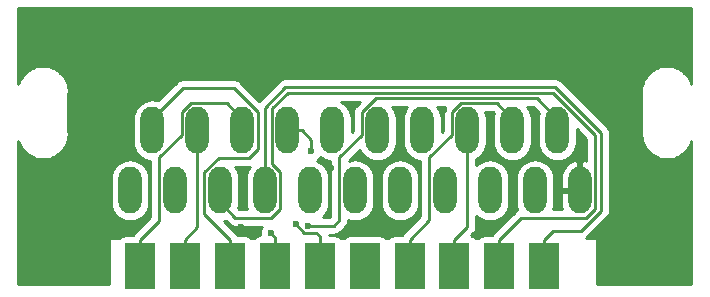
<source format=gtl>
G04 #@! TF.GenerationSoftware,KiCad,Pcbnew,(5.1.0)-1*
G04 #@! TF.CreationDate,2019-08-09T15:11:52-04:00*
G04 #@! TF.ProjectId,EUROF_to_JP21M,4555524f-465f-4746-9f5f-4a5032314d2e,rev?*
G04 #@! TF.SameCoordinates,Original*
G04 #@! TF.FileFunction,Copper,L1,Top*
G04 #@! TF.FilePolarity,Positive*
%FSLAX46Y46*%
G04 Gerber Fmt 4.6, Leading zero omitted, Abs format (unit mm)*
G04 Created by KiCad (PCBNEW (5.1.0)-1) date 2019-08-09 15:11:52*
%MOMM*%
%LPD*%
G04 APERTURE LIST*
%ADD10O,1.981200X3.962400*%
%ADD11R,2.500000X4.000000*%
%ADD12C,0.600000*%
%ADD13C,0.250000*%
%ADD14C,0.254000*%
G04 APERTURE END LIST*
D10*
X152850000Y-85430000D03*
X150945000Y-80350000D03*
X149040000Y-85430000D03*
X147135000Y-80350000D03*
X145230000Y-85430000D03*
X143325000Y-80350000D03*
X141420000Y-85430000D03*
X139515000Y-80350000D03*
X137610000Y-85430000D03*
X135705000Y-80350000D03*
X133800000Y-85430000D03*
X131895000Y-80350000D03*
X129990000Y-85430000D03*
X128085000Y-80350000D03*
X126180000Y-85430000D03*
X124275000Y-80350000D03*
X122370000Y-85430000D03*
X120465000Y-80350000D03*
X118560000Y-85430000D03*
X116655000Y-80350000D03*
X114750000Y-85430000D03*
D11*
X149825000Y-91850000D03*
X146025000Y-91850000D03*
X142225000Y-91850000D03*
X138425000Y-91850000D03*
X134625000Y-91850000D03*
X130825000Y-91850000D03*
X127025000Y-91850000D03*
X123225000Y-91850000D03*
X119425000Y-91850000D03*
X115625000Y-91850000D03*
D12*
X126662500Y-89062500D03*
X128800000Y-88300000D03*
X129800000Y-88400000D03*
X147200000Y-83350000D03*
X145250000Y-82350000D03*
X137600000Y-78650000D03*
X141350000Y-78600000D03*
X133750000Y-78200000D03*
X131750000Y-83500000D03*
X135900000Y-87600000D03*
X124150000Y-88500000D03*
X124200000Y-83650000D03*
X115800000Y-71150000D03*
X119650000Y-71300000D03*
X130850000Y-71350000D03*
X137550000Y-71350000D03*
X141450000Y-71350000D03*
X146350000Y-71650000D03*
X151700000Y-71850000D03*
X158850000Y-72000000D03*
X160850000Y-84050000D03*
X160450000Y-90700000D03*
X106650000Y-91700000D03*
X106100000Y-84900000D03*
X110900000Y-82400000D03*
X107450000Y-71700000D03*
X116000000Y-87950000D03*
X114100000Y-81650000D03*
X130100000Y-82100000D03*
D13*
X143325000Y-82581200D02*
X143325000Y-80350000D01*
X143325000Y-88500000D02*
X143325000Y-82581200D01*
X142225000Y-89600000D02*
X143325000Y-88500000D01*
X142225000Y-91850000D02*
X142225000Y-89600000D01*
X127025000Y-89425000D02*
X126662500Y-89062500D01*
X127025000Y-91850000D02*
X127025000Y-89425000D01*
X142780057Y-78043790D02*
X145819390Y-78043790D01*
X142009390Y-78814457D02*
X142780057Y-78043790D01*
X142009390Y-80706763D02*
X142009390Y-78814457D01*
X147135000Y-79359400D02*
X147135000Y-80350000D01*
X140104390Y-82611763D02*
X142009390Y-80706763D01*
X145819390Y-78043790D02*
X147135000Y-79359400D01*
X140104390Y-87920610D02*
X140104390Y-82611763D01*
X138425000Y-89600000D02*
X140104390Y-87920610D01*
X138425000Y-91850000D02*
X138425000Y-89600000D01*
X129525001Y-89025001D02*
X130525001Y-89025001D01*
X128800000Y-88300000D02*
X129525001Y-89025001D01*
X130825000Y-89325000D02*
X130825000Y-91850000D01*
X130525001Y-89025001D02*
X130825000Y-89325000D01*
X150945000Y-79359400D02*
X150945000Y-80350000D01*
X149179380Y-77593780D02*
X150945000Y-79359400D01*
X135610067Y-77593780D02*
X149179380Y-77593780D01*
X132025000Y-88400000D02*
X132484390Y-87940610D01*
X132484390Y-87940610D02*
X132484390Y-82611763D01*
X132484390Y-82611763D02*
X134389390Y-80706763D01*
X134389390Y-80706763D02*
X134389390Y-78814457D01*
X134389390Y-78814457D02*
X135610067Y-77593780D01*
X129700000Y-88400000D02*
X129800000Y-88400000D01*
X129800000Y-88400000D02*
X132025000Y-88400000D01*
X125590610Y-81885543D02*
X125590610Y-78814457D01*
X123225000Y-89600000D02*
X121054390Y-87429390D01*
X123225000Y-91850000D02*
X123225000Y-89600000D01*
X121054390Y-87429390D02*
X121054390Y-83894457D01*
X121054390Y-83894457D02*
X122292637Y-82656210D01*
X125590610Y-78814457D02*
X123526153Y-76750000D01*
X122292637Y-82656210D02*
X124819943Y-82656210D01*
X124819943Y-82656210D02*
X125590610Y-81885543D01*
X116655000Y-79359400D02*
X116655000Y-80350000D01*
X119264400Y-76750000D02*
X116655000Y-79359400D01*
X123526153Y-76750000D02*
X119264400Y-76750000D01*
X120465000Y-82581200D02*
X120465000Y-80350000D01*
X120465000Y-88560000D02*
X120465000Y-82581200D01*
X119425000Y-89600000D02*
X120465000Y-88560000D01*
X119425000Y-91850000D02*
X119425000Y-89600000D01*
X122370000Y-86420600D02*
X122370000Y-85430000D01*
X123685610Y-87736210D02*
X122370000Y-86420600D01*
X127495610Y-83894457D02*
X127495610Y-86965543D01*
X126769390Y-83168237D02*
X127495610Y-83894457D01*
X126769390Y-78480610D02*
X126769390Y-83168237D01*
X128106230Y-77143770D02*
X126769390Y-78480610D01*
X150589923Y-77143770D02*
X128106230Y-77143770D01*
X154165610Y-80719457D02*
X150589923Y-77143770D01*
X154165610Y-86965543D02*
X154165610Y-80719457D01*
X127495610Y-86965543D02*
X126724943Y-87736210D01*
X153394943Y-87736210D02*
X154165610Y-86965543D01*
X126724943Y-87736210D02*
X123685610Y-87736210D01*
X147888790Y-87736210D02*
X153394943Y-87736210D01*
X146025000Y-89600000D02*
X147888790Y-87736210D01*
X146025000Y-91850000D02*
X146025000Y-89600000D01*
X124275000Y-79359400D02*
X124275000Y-80350000D01*
X122959390Y-78043790D02*
X124275000Y-79359400D01*
X119920057Y-78043790D02*
X122959390Y-78043790D01*
X119149390Y-80706763D02*
X119149390Y-78814457D01*
X117244390Y-87980610D02*
X117244390Y-82611763D01*
X119149390Y-78814457D02*
X119920057Y-78043790D01*
X115625000Y-89600000D02*
X117244390Y-87980610D01*
X117244390Y-82611763D02*
X119149390Y-80706763D01*
X115625000Y-91850000D02*
X115625000Y-89600000D01*
X149825000Y-89600000D02*
X150575000Y-88850000D01*
X149825000Y-91850000D02*
X149825000Y-89600000D01*
X126180000Y-83198800D02*
X126180000Y-85430000D01*
X126180000Y-78433590D02*
X126180000Y-83198800D01*
X127919829Y-76693761D02*
X126180000Y-78433590D01*
X150776323Y-76693760D02*
X127919829Y-76693761D01*
X154615619Y-80533056D02*
X150776323Y-76693760D01*
X154615620Y-87151943D02*
X154615619Y-80533056D01*
X152917563Y-88850000D02*
X154615620Y-87151943D01*
X150575000Y-88850000D02*
X152917563Y-88850000D01*
X129325600Y-80350000D02*
X128085000Y-80350000D01*
X130100000Y-81124400D02*
X129325600Y-80350000D01*
X130100000Y-82100000D02*
X130100000Y-81124400D01*
X134625000Y-91850000D02*
X134625000Y-91100000D01*
D14*
G36*
X162290001Y-76387191D02*
G01*
X162245868Y-76248068D01*
X162222290Y-76193058D01*
X162199508Y-76137783D01*
X162195125Y-76129677D01*
X162051836Y-75869034D01*
X162018048Y-75819687D01*
X161984936Y-75769850D01*
X161979062Y-75762749D01*
X161787876Y-75534904D01*
X161745146Y-75493060D01*
X161702987Y-75450605D01*
X161695846Y-75444781D01*
X161464045Y-75258408D01*
X161414031Y-75225680D01*
X161364398Y-75192202D01*
X161356261Y-75187876D01*
X161092675Y-75050077D01*
X161037219Y-75027672D01*
X160982068Y-75004488D01*
X160973246Y-75001825D01*
X160687915Y-74917847D01*
X160629175Y-74906642D01*
X160570558Y-74894609D01*
X160561386Y-74893710D01*
X160265178Y-74866753D01*
X160205361Y-74867171D01*
X160145544Y-74866753D01*
X160136372Y-74867653D01*
X159840569Y-74898742D01*
X159781972Y-74910771D01*
X159723210Y-74921980D01*
X159714388Y-74924644D01*
X159430257Y-75012598D01*
X159375139Y-75035768D01*
X159319650Y-75058186D01*
X159311514Y-75062513D01*
X159049878Y-75203979D01*
X159000311Y-75237412D01*
X158950232Y-75270183D01*
X158943091Y-75276008D01*
X158713915Y-75465597D01*
X158671774Y-75508034D01*
X158629024Y-75549897D01*
X158623150Y-75556998D01*
X158435164Y-75787492D01*
X158402049Y-75837334D01*
X158368265Y-75886674D01*
X158363882Y-75894781D01*
X158224246Y-76157399D01*
X158201458Y-76212687D01*
X158177886Y-76267683D01*
X158175162Y-76276487D01*
X158089193Y-76561225D01*
X158077570Y-76619925D01*
X158065137Y-76678419D01*
X158064174Y-76687584D01*
X158035150Y-76983596D01*
X158035150Y-77112406D01*
X158055801Y-77216697D01*
X158055800Y-80437952D01*
X158045478Y-80471300D01*
X158036932Y-80552622D01*
X158035299Y-80560870D01*
X158035299Y-80568164D01*
X158032016Y-80599404D01*
X158032016Y-80608620D01*
X158032165Y-80629898D01*
X158035298Y-80659700D01*
X158035298Y-80689680D01*
X158036262Y-80698844D01*
X158069416Y-80994424D01*
X158081853Y-81052936D01*
X158093471Y-81111614D01*
X158096196Y-81120413D01*
X158096197Y-81120419D01*
X158096199Y-81120425D01*
X158186130Y-81403928D01*
X158209691Y-81458899D01*
X158232491Y-81514217D01*
X158236874Y-81522323D01*
X158380163Y-81782965D01*
X158413947Y-81832305D01*
X158447062Y-81882147D01*
X158452936Y-81889247D01*
X158644122Y-82117094D01*
X158686853Y-82158939D01*
X158729013Y-82201395D01*
X158736155Y-82207219D01*
X158967956Y-82393591D01*
X159017968Y-82426318D01*
X159067600Y-82459795D01*
X159075737Y-82464121D01*
X159339323Y-82601921D01*
X159394783Y-82624328D01*
X159449931Y-82647511D01*
X159458753Y-82650174D01*
X159744083Y-82734152D01*
X159802837Y-82745360D01*
X159861441Y-82757390D01*
X159870613Y-82758289D01*
X160166820Y-82785246D01*
X160226638Y-82784828D01*
X160286455Y-82785246D01*
X160295626Y-82784347D01*
X160591430Y-82753257D01*
X160650017Y-82741230D01*
X160708787Y-82730020D01*
X160717609Y-82727356D01*
X161001740Y-82639403D01*
X161056883Y-82616223D01*
X161112348Y-82593814D01*
X161120485Y-82589487D01*
X161382121Y-82448021D01*
X161431705Y-82414576D01*
X161481768Y-82381816D01*
X161488909Y-82375992D01*
X161718085Y-82186401D01*
X161760224Y-82143966D01*
X161802974Y-82102103D01*
X161808848Y-82095002D01*
X161996834Y-81864509D01*
X162029938Y-81814682D01*
X162063733Y-81765327D01*
X162068116Y-81757221D01*
X162207753Y-81494603D01*
X162230560Y-81439269D01*
X162254114Y-81384314D01*
X162256838Y-81375515D01*
X162256840Y-81375509D01*
X162290001Y-81265674D01*
X162290000Y-93390000D01*
X154327000Y-93390000D01*
X154327000Y-89600000D01*
X154324560Y-89575224D01*
X154317333Y-89551399D01*
X154305597Y-89529443D01*
X154289803Y-89510197D01*
X154270557Y-89494403D01*
X154248601Y-89482667D01*
X154224776Y-89475440D01*
X154200000Y-89473000D01*
X153356429Y-89473000D01*
X153457564Y-89390001D01*
X153481367Y-89360997D01*
X155126628Y-87715737D01*
X155155621Y-87691943D01*
X155179415Y-87662950D01*
X155179419Y-87662946D01*
X155250593Y-87576220D01*
X155321166Y-87444190D01*
X155361284Y-87311934D01*
X155364623Y-87300928D01*
X155375620Y-87189275D01*
X155375620Y-87189267D01*
X155379296Y-87151944D01*
X155375620Y-87114621D01*
X155375618Y-80570388D01*
X155379295Y-80533055D01*
X155364621Y-80384069D01*
X155321164Y-80240809D01*
X155250592Y-80108779D01*
X155179418Y-80022052D01*
X155179408Y-80022042D01*
X155155619Y-79993055D01*
X155126632Y-79969266D01*
X151340121Y-76182757D01*
X151316323Y-76153759D01*
X151256429Y-76104605D01*
X151200599Y-76058786D01*
X151068569Y-75988214D01*
X151026029Y-75975310D01*
X150925308Y-75944757D01*
X150813655Y-75933760D01*
X150813645Y-75933760D01*
X150776323Y-75930084D01*
X150739001Y-75933760D01*
X127957164Y-75933762D01*
X127919829Y-75930085D01*
X127770843Y-75944758D01*
X127627582Y-75988215D01*
X127495553Y-76058787D01*
X127408826Y-76129962D01*
X127408821Y-76129967D01*
X127379828Y-76153761D01*
X127356034Y-76182754D01*
X125694872Y-77843917D01*
X124089957Y-76239003D01*
X124066154Y-76209999D01*
X123950429Y-76115026D01*
X123818400Y-76044454D01*
X123675139Y-76000997D01*
X123563486Y-75990000D01*
X123563475Y-75990000D01*
X123526153Y-75986324D01*
X123488831Y-75990000D01*
X119301723Y-75990000D01*
X119264400Y-75986324D01*
X119227077Y-75990000D01*
X119227067Y-75990000D01*
X119115414Y-76000997D01*
X118972153Y-76044454D01*
X118840124Y-76115026D01*
X118724399Y-76209999D01*
X118700601Y-76238997D01*
X117133726Y-77805873D01*
X116973673Y-77757322D01*
X116655000Y-77725935D01*
X116336328Y-77757322D01*
X116029901Y-77850275D01*
X115747496Y-78001223D01*
X115499967Y-78204366D01*
X115296824Y-78451895D01*
X115145876Y-78734300D01*
X115052923Y-79040727D01*
X115029401Y-79279546D01*
X115029400Y-81420453D01*
X115052922Y-81659272D01*
X115145875Y-81965699D01*
X115296823Y-82248104D01*
X115499966Y-82495634D01*
X115747495Y-82698777D01*
X116029900Y-82849725D01*
X116336327Y-82942678D01*
X116484391Y-82957261D01*
X116484390Y-87665808D01*
X115113998Y-89036201D01*
X115085000Y-89059999D01*
X115061202Y-89088997D01*
X115061201Y-89088998D01*
X114990026Y-89175724D01*
X114970674Y-89211928D01*
X114375000Y-89211928D01*
X114250518Y-89224188D01*
X114130820Y-89260498D01*
X114020506Y-89319463D01*
X113923815Y-89398815D01*
X113862933Y-89473000D01*
X113100000Y-89473000D01*
X113075224Y-89475440D01*
X113051399Y-89482667D01*
X113029443Y-89494403D01*
X113010197Y-89510197D01*
X112994403Y-89529443D01*
X112982667Y-89551399D01*
X112975440Y-89575224D01*
X112973000Y-89600000D01*
X112973000Y-93390000D01*
X105310000Y-93390000D01*
X105310000Y-86500453D01*
X113124400Y-86500453D01*
X113147922Y-86739272D01*
X113240875Y-87045699D01*
X113391823Y-87328104D01*
X113594966Y-87575634D01*
X113842495Y-87778777D01*
X114124900Y-87929725D01*
X114431327Y-88022678D01*
X114750000Y-88054065D01*
X115068672Y-88022678D01*
X115375099Y-87929725D01*
X115657504Y-87778777D01*
X115905034Y-87575634D01*
X116108177Y-87328105D01*
X116259125Y-87045700D01*
X116352078Y-86739273D01*
X116375600Y-86500454D01*
X116375600Y-84359546D01*
X116352078Y-84120727D01*
X116259125Y-83814300D01*
X116108177Y-83531895D01*
X115905034Y-83284366D01*
X115657505Y-83081223D01*
X115375100Y-82930275D01*
X115068673Y-82837322D01*
X114750000Y-82805935D01*
X114431328Y-82837322D01*
X114124901Y-82930275D01*
X113842496Y-83081223D01*
X113594967Y-83284366D01*
X113391824Y-83531895D01*
X113240876Y-83814300D01*
X113147923Y-84120727D01*
X113124401Y-84359546D01*
X113124400Y-86500453D01*
X105310000Y-86500453D01*
X105310000Y-81264810D01*
X105354130Y-81403928D01*
X105377691Y-81458899D01*
X105400491Y-81514217D01*
X105404874Y-81522323D01*
X105548163Y-81782965D01*
X105581947Y-81832305D01*
X105615062Y-81882147D01*
X105620936Y-81889247D01*
X105812122Y-82117094D01*
X105854853Y-82158939D01*
X105897013Y-82201395D01*
X105904155Y-82207219D01*
X106135956Y-82393591D01*
X106185968Y-82426318D01*
X106235600Y-82459795D01*
X106243737Y-82464121D01*
X106507323Y-82601921D01*
X106562783Y-82624328D01*
X106617931Y-82647511D01*
X106626753Y-82650174D01*
X106912083Y-82734152D01*
X106970837Y-82745360D01*
X107029441Y-82757390D01*
X107038613Y-82758289D01*
X107334820Y-82785246D01*
X107394638Y-82784828D01*
X107454455Y-82785246D01*
X107463626Y-82784347D01*
X107759430Y-82753257D01*
X107818017Y-82741230D01*
X107876787Y-82730020D01*
X107885609Y-82727356D01*
X108169740Y-82639403D01*
X108224883Y-82616223D01*
X108280348Y-82593814D01*
X108288485Y-82589487D01*
X108550121Y-82448021D01*
X108599705Y-82414576D01*
X108649768Y-82381816D01*
X108656909Y-82375992D01*
X108886085Y-82186401D01*
X108928224Y-82143966D01*
X108970974Y-82102103D01*
X108976848Y-82095002D01*
X109164834Y-81864509D01*
X109197938Y-81814682D01*
X109231733Y-81765327D01*
X109236116Y-81757221D01*
X109375753Y-81494603D01*
X109398560Y-81439269D01*
X109422114Y-81384314D01*
X109424838Y-81375515D01*
X109424840Y-81375509D01*
X109510806Y-81090773D01*
X109522422Y-81032108D01*
X109534862Y-80973584D01*
X109535825Y-80964419D01*
X109564850Y-80668406D01*
X109564850Y-80539596D01*
X109544200Y-80435305D01*
X109544200Y-77214047D01*
X109554522Y-77180699D01*
X109563068Y-77099377D01*
X109564701Y-77091129D01*
X109564701Y-77083835D01*
X109567984Y-77052594D01*
X109567984Y-77043379D01*
X109567835Y-77022100D01*
X109564702Y-76992298D01*
X109564702Y-76962319D01*
X109563738Y-76953154D01*
X109530584Y-76657575D01*
X109518151Y-76599081D01*
X109506528Y-76540381D01*
X109503803Y-76531578D01*
X109413868Y-76248068D01*
X109390290Y-76193058D01*
X109367508Y-76137783D01*
X109363125Y-76129677D01*
X109219836Y-75869034D01*
X109186048Y-75819687D01*
X109152936Y-75769850D01*
X109147062Y-75762749D01*
X108955876Y-75534904D01*
X108913146Y-75493060D01*
X108870987Y-75450605D01*
X108863846Y-75444781D01*
X108632045Y-75258408D01*
X108582031Y-75225680D01*
X108532398Y-75192202D01*
X108524261Y-75187876D01*
X108260675Y-75050077D01*
X108205219Y-75027672D01*
X108150068Y-75004488D01*
X108141246Y-75001825D01*
X107855915Y-74917847D01*
X107797175Y-74906642D01*
X107738558Y-74894609D01*
X107729386Y-74893710D01*
X107433178Y-74866753D01*
X107373361Y-74867171D01*
X107313544Y-74866753D01*
X107304372Y-74867653D01*
X107008569Y-74898742D01*
X106949972Y-74910771D01*
X106891210Y-74921980D01*
X106882388Y-74924644D01*
X106598257Y-75012598D01*
X106543139Y-75035768D01*
X106487650Y-75058186D01*
X106479514Y-75062513D01*
X106217878Y-75203979D01*
X106168311Y-75237412D01*
X106118232Y-75270183D01*
X106111091Y-75276008D01*
X105881915Y-75465597D01*
X105839774Y-75508034D01*
X105797024Y-75549897D01*
X105791150Y-75556998D01*
X105603164Y-75787492D01*
X105570049Y-75837334D01*
X105536265Y-75886674D01*
X105531882Y-75894781D01*
X105392246Y-76157399D01*
X105369458Y-76212687D01*
X105345886Y-76267683D01*
X105343162Y-76276487D01*
X105310000Y-76386323D01*
X105310000Y-70010000D01*
X162290001Y-70010000D01*
X162290001Y-76387191D01*
X162290001Y-76387191D01*
G37*
X162290001Y-76387191D02*
X162245868Y-76248068D01*
X162222290Y-76193058D01*
X162199508Y-76137783D01*
X162195125Y-76129677D01*
X162051836Y-75869034D01*
X162018048Y-75819687D01*
X161984936Y-75769850D01*
X161979062Y-75762749D01*
X161787876Y-75534904D01*
X161745146Y-75493060D01*
X161702987Y-75450605D01*
X161695846Y-75444781D01*
X161464045Y-75258408D01*
X161414031Y-75225680D01*
X161364398Y-75192202D01*
X161356261Y-75187876D01*
X161092675Y-75050077D01*
X161037219Y-75027672D01*
X160982068Y-75004488D01*
X160973246Y-75001825D01*
X160687915Y-74917847D01*
X160629175Y-74906642D01*
X160570558Y-74894609D01*
X160561386Y-74893710D01*
X160265178Y-74866753D01*
X160205361Y-74867171D01*
X160145544Y-74866753D01*
X160136372Y-74867653D01*
X159840569Y-74898742D01*
X159781972Y-74910771D01*
X159723210Y-74921980D01*
X159714388Y-74924644D01*
X159430257Y-75012598D01*
X159375139Y-75035768D01*
X159319650Y-75058186D01*
X159311514Y-75062513D01*
X159049878Y-75203979D01*
X159000311Y-75237412D01*
X158950232Y-75270183D01*
X158943091Y-75276008D01*
X158713915Y-75465597D01*
X158671774Y-75508034D01*
X158629024Y-75549897D01*
X158623150Y-75556998D01*
X158435164Y-75787492D01*
X158402049Y-75837334D01*
X158368265Y-75886674D01*
X158363882Y-75894781D01*
X158224246Y-76157399D01*
X158201458Y-76212687D01*
X158177886Y-76267683D01*
X158175162Y-76276487D01*
X158089193Y-76561225D01*
X158077570Y-76619925D01*
X158065137Y-76678419D01*
X158064174Y-76687584D01*
X158035150Y-76983596D01*
X158035150Y-77112406D01*
X158055801Y-77216697D01*
X158055800Y-80437952D01*
X158045478Y-80471300D01*
X158036932Y-80552622D01*
X158035299Y-80560870D01*
X158035299Y-80568164D01*
X158032016Y-80599404D01*
X158032016Y-80608620D01*
X158032165Y-80629898D01*
X158035298Y-80659700D01*
X158035298Y-80689680D01*
X158036262Y-80698844D01*
X158069416Y-80994424D01*
X158081853Y-81052936D01*
X158093471Y-81111614D01*
X158096196Y-81120413D01*
X158096197Y-81120419D01*
X158096199Y-81120425D01*
X158186130Y-81403928D01*
X158209691Y-81458899D01*
X158232491Y-81514217D01*
X158236874Y-81522323D01*
X158380163Y-81782965D01*
X158413947Y-81832305D01*
X158447062Y-81882147D01*
X158452936Y-81889247D01*
X158644122Y-82117094D01*
X158686853Y-82158939D01*
X158729013Y-82201395D01*
X158736155Y-82207219D01*
X158967956Y-82393591D01*
X159017968Y-82426318D01*
X159067600Y-82459795D01*
X159075737Y-82464121D01*
X159339323Y-82601921D01*
X159394783Y-82624328D01*
X159449931Y-82647511D01*
X159458753Y-82650174D01*
X159744083Y-82734152D01*
X159802837Y-82745360D01*
X159861441Y-82757390D01*
X159870613Y-82758289D01*
X160166820Y-82785246D01*
X160226638Y-82784828D01*
X160286455Y-82785246D01*
X160295626Y-82784347D01*
X160591430Y-82753257D01*
X160650017Y-82741230D01*
X160708787Y-82730020D01*
X160717609Y-82727356D01*
X161001740Y-82639403D01*
X161056883Y-82616223D01*
X161112348Y-82593814D01*
X161120485Y-82589487D01*
X161382121Y-82448021D01*
X161431705Y-82414576D01*
X161481768Y-82381816D01*
X161488909Y-82375992D01*
X161718085Y-82186401D01*
X161760224Y-82143966D01*
X161802974Y-82102103D01*
X161808848Y-82095002D01*
X161996834Y-81864509D01*
X162029938Y-81814682D01*
X162063733Y-81765327D01*
X162068116Y-81757221D01*
X162207753Y-81494603D01*
X162230560Y-81439269D01*
X162254114Y-81384314D01*
X162256838Y-81375515D01*
X162256840Y-81375509D01*
X162290001Y-81265674D01*
X162290000Y-93390000D01*
X154327000Y-93390000D01*
X154327000Y-89600000D01*
X154324560Y-89575224D01*
X154317333Y-89551399D01*
X154305597Y-89529443D01*
X154289803Y-89510197D01*
X154270557Y-89494403D01*
X154248601Y-89482667D01*
X154224776Y-89475440D01*
X154200000Y-89473000D01*
X153356429Y-89473000D01*
X153457564Y-89390001D01*
X153481367Y-89360997D01*
X155126628Y-87715737D01*
X155155621Y-87691943D01*
X155179415Y-87662950D01*
X155179419Y-87662946D01*
X155250593Y-87576220D01*
X155321166Y-87444190D01*
X155361284Y-87311934D01*
X155364623Y-87300928D01*
X155375620Y-87189275D01*
X155375620Y-87189267D01*
X155379296Y-87151944D01*
X155375620Y-87114621D01*
X155375618Y-80570388D01*
X155379295Y-80533055D01*
X155364621Y-80384069D01*
X155321164Y-80240809D01*
X155250592Y-80108779D01*
X155179418Y-80022052D01*
X155179408Y-80022042D01*
X155155619Y-79993055D01*
X155126632Y-79969266D01*
X151340121Y-76182757D01*
X151316323Y-76153759D01*
X151256429Y-76104605D01*
X151200599Y-76058786D01*
X151068569Y-75988214D01*
X151026029Y-75975310D01*
X150925308Y-75944757D01*
X150813655Y-75933760D01*
X150813645Y-75933760D01*
X150776323Y-75930084D01*
X150739001Y-75933760D01*
X127957164Y-75933762D01*
X127919829Y-75930085D01*
X127770843Y-75944758D01*
X127627582Y-75988215D01*
X127495553Y-76058787D01*
X127408826Y-76129962D01*
X127408821Y-76129967D01*
X127379828Y-76153761D01*
X127356034Y-76182754D01*
X125694872Y-77843917D01*
X124089957Y-76239003D01*
X124066154Y-76209999D01*
X123950429Y-76115026D01*
X123818400Y-76044454D01*
X123675139Y-76000997D01*
X123563486Y-75990000D01*
X123563475Y-75990000D01*
X123526153Y-75986324D01*
X123488831Y-75990000D01*
X119301723Y-75990000D01*
X119264400Y-75986324D01*
X119227077Y-75990000D01*
X119227067Y-75990000D01*
X119115414Y-76000997D01*
X118972153Y-76044454D01*
X118840124Y-76115026D01*
X118724399Y-76209999D01*
X118700601Y-76238997D01*
X117133726Y-77805873D01*
X116973673Y-77757322D01*
X116655000Y-77725935D01*
X116336328Y-77757322D01*
X116029901Y-77850275D01*
X115747496Y-78001223D01*
X115499967Y-78204366D01*
X115296824Y-78451895D01*
X115145876Y-78734300D01*
X115052923Y-79040727D01*
X115029401Y-79279546D01*
X115029400Y-81420453D01*
X115052922Y-81659272D01*
X115145875Y-81965699D01*
X115296823Y-82248104D01*
X115499966Y-82495634D01*
X115747495Y-82698777D01*
X116029900Y-82849725D01*
X116336327Y-82942678D01*
X116484391Y-82957261D01*
X116484390Y-87665808D01*
X115113998Y-89036201D01*
X115085000Y-89059999D01*
X115061202Y-89088997D01*
X115061201Y-89088998D01*
X114990026Y-89175724D01*
X114970674Y-89211928D01*
X114375000Y-89211928D01*
X114250518Y-89224188D01*
X114130820Y-89260498D01*
X114020506Y-89319463D01*
X113923815Y-89398815D01*
X113862933Y-89473000D01*
X113100000Y-89473000D01*
X113075224Y-89475440D01*
X113051399Y-89482667D01*
X113029443Y-89494403D01*
X113010197Y-89510197D01*
X112994403Y-89529443D01*
X112982667Y-89551399D01*
X112975440Y-89575224D01*
X112973000Y-89600000D01*
X112973000Y-93390000D01*
X105310000Y-93390000D01*
X105310000Y-86500453D01*
X113124400Y-86500453D01*
X113147922Y-86739272D01*
X113240875Y-87045699D01*
X113391823Y-87328104D01*
X113594966Y-87575634D01*
X113842495Y-87778777D01*
X114124900Y-87929725D01*
X114431327Y-88022678D01*
X114750000Y-88054065D01*
X115068672Y-88022678D01*
X115375099Y-87929725D01*
X115657504Y-87778777D01*
X115905034Y-87575634D01*
X116108177Y-87328105D01*
X116259125Y-87045700D01*
X116352078Y-86739273D01*
X116375600Y-86500454D01*
X116375600Y-84359546D01*
X116352078Y-84120727D01*
X116259125Y-83814300D01*
X116108177Y-83531895D01*
X115905034Y-83284366D01*
X115657505Y-83081223D01*
X115375100Y-82930275D01*
X115068673Y-82837322D01*
X114750000Y-82805935D01*
X114431328Y-82837322D01*
X114124901Y-82930275D01*
X113842496Y-83081223D01*
X113594967Y-83284366D01*
X113391824Y-83531895D01*
X113240876Y-83814300D01*
X113147923Y-84120727D01*
X113124401Y-84359546D01*
X113124400Y-86500453D01*
X105310000Y-86500453D01*
X105310000Y-81264810D01*
X105354130Y-81403928D01*
X105377691Y-81458899D01*
X105400491Y-81514217D01*
X105404874Y-81522323D01*
X105548163Y-81782965D01*
X105581947Y-81832305D01*
X105615062Y-81882147D01*
X105620936Y-81889247D01*
X105812122Y-82117094D01*
X105854853Y-82158939D01*
X105897013Y-82201395D01*
X105904155Y-82207219D01*
X106135956Y-82393591D01*
X106185968Y-82426318D01*
X106235600Y-82459795D01*
X106243737Y-82464121D01*
X106507323Y-82601921D01*
X106562783Y-82624328D01*
X106617931Y-82647511D01*
X106626753Y-82650174D01*
X106912083Y-82734152D01*
X106970837Y-82745360D01*
X107029441Y-82757390D01*
X107038613Y-82758289D01*
X107334820Y-82785246D01*
X107394638Y-82784828D01*
X107454455Y-82785246D01*
X107463626Y-82784347D01*
X107759430Y-82753257D01*
X107818017Y-82741230D01*
X107876787Y-82730020D01*
X107885609Y-82727356D01*
X108169740Y-82639403D01*
X108224883Y-82616223D01*
X108280348Y-82593814D01*
X108288485Y-82589487D01*
X108550121Y-82448021D01*
X108599705Y-82414576D01*
X108649768Y-82381816D01*
X108656909Y-82375992D01*
X108886085Y-82186401D01*
X108928224Y-82143966D01*
X108970974Y-82102103D01*
X108976848Y-82095002D01*
X109164834Y-81864509D01*
X109197938Y-81814682D01*
X109231733Y-81765327D01*
X109236116Y-81757221D01*
X109375753Y-81494603D01*
X109398560Y-81439269D01*
X109422114Y-81384314D01*
X109424838Y-81375515D01*
X109424840Y-81375509D01*
X109510806Y-81090773D01*
X109522422Y-81032108D01*
X109534862Y-80973584D01*
X109535825Y-80964419D01*
X109564850Y-80668406D01*
X109564850Y-80539596D01*
X109544200Y-80435305D01*
X109544200Y-77214047D01*
X109554522Y-77180699D01*
X109563068Y-77099377D01*
X109564701Y-77091129D01*
X109564701Y-77083835D01*
X109567984Y-77052594D01*
X109567984Y-77043379D01*
X109567835Y-77022100D01*
X109564702Y-76992298D01*
X109564702Y-76962319D01*
X109563738Y-76953154D01*
X109530584Y-76657575D01*
X109518151Y-76599081D01*
X109506528Y-76540381D01*
X109503803Y-76531578D01*
X109413868Y-76248068D01*
X109390290Y-76193058D01*
X109367508Y-76137783D01*
X109363125Y-76129677D01*
X109219836Y-75869034D01*
X109186048Y-75819687D01*
X109152936Y-75769850D01*
X109147062Y-75762749D01*
X108955876Y-75534904D01*
X108913146Y-75493060D01*
X108870987Y-75450605D01*
X108863846Y-75444781D01*
X108632045Y-75258408D01*
X108582031Y-75225680D01*
X108532398Y-75192202D01*
X108524261Y-75187876D01*
X108260675Y-75050077D01*
X108205219Y-75027672D01*
X108150068Y-75004488D01*
X108141246Y-75001825D01*
X107855915Y-74917847D01*
X107797175Y-74906642D01*
X107738558Y-74894609D01*
X107729386Y-74893710D01*
X107433178Y-74866753D01*
X107373361Y-74867171D01*
X107313544Y-74866753D01*
X107304372Y-74867653D01*
X107008569Y-74898742D01*
X106949972Y-74910771D01*
X106891210Y-74921980D01*
X106882388Y-74924644D01*
X106598257Y-75012598D01*
X106543139Y-75035768D01*
X106487650Y-75058186D01*
X106479514Y-75062513D01*
X106217878Y-75203979D01*
X106168311Y-75237412D01*
X106118232Y-75270183D01*
X106111091Y-75276008D01*
X105881915Y-75465597D01*
X105839774Y-75508034D01*
X105797024Y-75549897D01*
X105791150Y-75556998D01*
X105603164Y-75787492D01*
X105570049Y-75837334D01*
X105536265Y-75886674D01*
X105531882Y-75894781D01*
X105392246Y-76157399D01*
X105369458Y-76212687D01*
X105345886Y-76267683D01*
X105343162Y-76276487D01*
X105310000Y-76386323D01*
X105310000Y-70010000D01*
X162290001Y-70010000D01*
X162290001Y-76387191D01*
G36*
X138156824Y-78451895D02*
G01*
X138005876Y-78734300D01*
X137912923Y-79040727D01*
X137889401Y-79279546D01*
X137889400Y-81420453D01*
X137912922Y-81659272D01*
X138005875Y-81965699D01*
X138156823Y-82248104D01*
X138359966Y-82495634D01*
X138607495Y-82698777D01*
X138889900Y-82849725D01*
X139196327Y-82942678D01*
X139344391Y-82957261D01*
X139344390Y-87605808D01*
X137913998Y-89036201D01*
X137885000Y-89059999D01*
X137861202Y-89088997D01*
X137861201Y-89088998D01*
X137790026Y-89175724D01*
X137770674Y-89211928D01*
X137175000Y-89211928D01*
X137050518Y-89224188D01*
X136930820Y-89260498D01*
X136820506Y-89319463D01*
X136723815Y-89398815D01*
X136662933Y-89473000D01*
X136387067Y-89473000D01*
X136326185Y-89398815D01*
X136229494Y-89319463D01*
X136119180Y-89260498D01*
X135999482Y-89224188D01*
X135875000Y-89211928D01*
X133375000Y-89211928D01*
X133250518Y-89224188D01*
X133130820Y-89260498D01*
X133020506Y-89319463D01*
X132923815Y-89398815D01*
X132862933Y-89473000D01*
X132587067Y-89473000D01*
X132526185Y-89398815D01*
X132429494Y-89319463D01*
X132319180Y-89260498D01*
X132199482Y-89224188D01*
X132075000Y-89211928D01*
X131577540Y-89211928D01*
X131574003Y-89176014D01*
X131569145Y-89160000D01*
X131987678Y-89160000D01*
X132025000Y-89163676D01*
X132062322Y-89160000D01*
X132062333Y-89160000D01*
X132173986Y-89149003D01*
X132317247Y-89105546D01*
X132449276Y-89034974D01*
X132565001Y-88940001D01*
X132588804Y-88910997D01*
X132995388Y-88504413D01*
X133024391Y-88480611D01*
X133119364Y-88364886D01*
X133189936Y-88232857D01*
X133233393Y-88089596D01*
X133244390Y-87977943D01*
X133244390Y-87977942D01*
X133246985Y-87951592D01*
X133481327Y-88022678D01*
X133800000Y-88054065D01*
X134118672Y-88022678D01*
X134425099Y-87929725D01*
X134707504Y-87778777D01*
X134955034Y-87575634D01*
X135158177Y-87328105D01*
X135309125Y-87045700D01*
X135402078Y-86739273D01*
X135425600Y-86500454D01*
X135425600Y-86500453D01*
X135984400Y-86500453D01*
X136007922Y-86739272D01*
X136100875Y-87045699D01*
X136251823Y-87328104D01*
X136454966Y-87575634D01*
X136702495Y-87778777D01*
X136984900Y-87929725D01*
X137291327Y-88022678D01*
X137610000Y-88054065D01*
X137928672Y-88022678D01*
X138235099Y-87929725D01*
X138517504Y-87778777D01*
X138765034Y-87575634D01*
X138968177Y-87328105D01*
X139119125Y-87045700D01*
X139212078Y-86739273D01*
X139235600Y-86500454D01*
X139235600Y-84359546D01*
X139212078Y-84120727D01*
X139119125Y-83814300D01*
X138968177Y-83531895D01*
X138765034Y-83284366D01*
X138517505Y-83081223D01*
X138235100Y-82930275D01*
X137928673Y-82837322D01*
X137610000Y-82805935D01*
X137291328Y-82837322D01*
X136984901Y-82930275D01*
X136702496Y-83081223D01*
X136454967Y-83284366D01*
X136251824Y-83531895D01*
X136100876Y-83814300D01*
X136007923Y-84120727D01*
X135984401Y-84359546D01*
X135984400Y-86500453D01*
X135425600Y-86500453D01*
X135425600Y-84359546D01*
X135402078Y-84120727D01*
X135309125Y-83814300D01*
X135158177Y-83531895D01*
X134955034Y-83284366D01*
X134707505Y-83081223D01*
X134425100Y-82930275D01*
X134118673Y-82837322D01*
X133800000Y-82805935D01*
X133481328Y-82837322D01*
X133269321Y-82901633D01*
X134199143Y-81971812D01*
X134346823Y-82248104D01*
X134549966Y-82495634D01*
X134797495Y-82698777D01*
X135079900Y-82849725D01*
X135386327Y-82942678D01*
X135705000Y-82974065D01*
X136023672Y-82942678D01*
X136330099Y-82849725D01*
X136612504Y-82698777D01*
X136860034Y-82495634D01*
X137063177Y-82248105D01*
X137214125Y-81965700D01*
X137307078Y-81659273D01*
X137330600Y-81420454D01*
X137330600Y-79279546D01*
X137307078Y-79040727D01*
X137214125Y-78734300D01*
X137063177Y-78451895D01*
X136982656Y-78353780D01*
X138237345Y-78353780D01*
X138156824Y-78451895D01*
X138156824Y-78451895D01*
G37*
X138156824Y-78451895D02*
X138005876Y-78734300D01*
X137912923Y-79040727D01*
X137889401Y-79279546D01*
X137889400Y-81420453D01*
X137912922Y-81659272D01*
X138005875Y-81965699D01*
X138156823Y-82248104D01*
X138359966Y-82495634D01*
X138607495Y-82698777D01*
X138889900Y-82849725D01*
X139196327Y-82942678D01*
X139344391Y-82957261D01*
X139344390Y-87605808D01*
X137913998Y-89036201D01*
X137885000Y-89059999D01*
X137861202Y-89088997D01*
X137861201Y-89088998D01*
X137790026Y-89175724D01*
X137770674Y-89211928D01*
X137175000Y-89211928D01*
X137050518Y-89224188D01*
X136930820Y-89260498D01*
X136820506Y-89319463D01*
X136723815Y-89398815D01*
X136662933Y-89473000D01*
X136387067Y-89473000D01*
X136326185Y-89398815D01*
X136229494Y-89319463D01*
X136119180Y-89260498D01*
X135999482Y-89224188D01*
X135875000Y-89211928D01*
X133375000Y-89211928D01*
X133250518Y-89224188D01*
X133130820Y-89260498D01*
X133020506Y-89319463D01*
X132923815Y-89398815D01*
X132862933Y-89473000D01*
X132587067Y-89473000D01*
X132526185Y-89398815D01*
X132429494Y-89319463D01*
X132319180Y-89260498D01*
X132199482Y-89224188D01*
X132075000Y-89211928D01*
X131577540Y-89211928D01*
X131574003Y-89176014D01*
X131569145Y-89160000D01*
X131987678Y-89160000D01*
X132025000Y-89163676D01*
X132062322Y-89160000D01*
X132062333Y-89160000D01*
X132173986Y-89149003D01*
X132317247Y-89105546D01*
X132449276Y-89034974D01*
X132565001Y-88940001D01*
X132588804Y-88910997D01*
X132995388Y-88504413D01*
X133024391Y-88480611D01*
X133119364Y-88364886D01*
X133189936Y-88232857D01*
X133233393Y-88089596D01*
X133244390Y-87977943D01*
X133244390Y-87977942D01*
X133246985Y-87951592D01*
X133481327Y-88022678D01*
X133800000Y-88054065D01*
X134118672Y-88022678D01*
X134425099Y-87929725D01*
X134707504Y-87778777D01*
X134955034Y-87575634D01*
X135158177Y-87328105D01*
X135309125Y-87045700D01*
X135402078Y-86739273D01*
X135425600Y-86500454D01*
X135425600Y-86500453D01*
X135984400Y-86500453D01*
X136007922Y-86739272D01*
X136100875Y-87045699D01*
X136251823Y-87328104D01*
X136454966Y-87575634D01*
X136702495Y-87778777D01*
X136984900Y-87929725D01*
X137291327Y-88022678D01*
X137610000Y-88054065D01*
X137928672Y-88022678D01*
X138235099Y-87929725D01*
X138517504Y-87778777D01*
X138765034Y-87575634D01*
X138968177Y-87328105D01*
X139119125Y-87045700D01*
X139212078Y-86739273D01*
X139235600Y-86500454D01*
X139235600Y-84359546D01*
X139212078Y-84120727D01*
X139119125Y-83814300D01*
X138968177Y-83531895D01*
X138765034Y-83284366D01*
X138517505Y-83081223D01*
X138235100Y-82930275D01*
X137928673Y-82837322D01*
X137610000Y-82805935D01*
X137291328Y-82837322D01*
X136984901Y-82930275D01*
X136702496Y-83081223D01*
X136454967Y-83284366D01*
X136251824Y-83531895D01*
X136100876Y-83814300D01*
X136007923Y-84120727D01*
X135984401Y-84359546D01*
X135984400Y-86500453D01*
X135425600Y-86500453D01*
X135425600Y-84359546D01*
X135402078Y-84120727D01*
X135309125Y-83814300D01*
X135158177Y-83531895D01*
X134955034Y-83284366D01*
X134707505Y-83081223D01*
X134425100Y-82930275D01*
X134118673Y-82837322D01*
X133800000Y-82805935D01*
X133481328Y-82837322D01*
X133269321Y-82901633D01*
X134199143Y-81971812D01*
X134346823Y-82248104D01*
X134549966Y-82495634D01*
X134797495Y-82698777D01*
X135079900Y-82849725D01*
X135386327Y-82942678D01*
X135705000Y-82974065D01*
X136023672Y-82942678D01*
X136330099Y-82849725D01*
X136612504Y-82698777D01*
X136860034Y-82495634D01*
X137063177Y-82248105D01*
X137214125Y-81965700D01*
X137307078Y-81659273D01*
X137330600Y-81420454D01*
X137330600Y-79279546D01*
X137307078Y-79040727D01*
X137214125Y-78734300D01*
X137063177Y-78451895D01*
X136982656Y-78353780D01*
X138237345Y-78353780D01*
X138156824Y-78451895D01*
G36*
X149391474Y-78880675D02*
G01*
X149342923Y-79040727D01*
X149319401Y-79279546D01*
X149319400Y-81420453D01*
X149342922Y-81659272D01*
X149435875Y-81965699D01*
X149586823Y-82248104D01*
X149789966Y-82495634D01*
X150037495Y-82698777D01*
X150319900Y-82849725D01*
X150626327Y-82942678D01*
X150945000Y-82974065D01*
X151263672Y-82942678D01*
X151570099Y-82849725D01*
X151852504Y-82698777D01*
X152100034Y-82495634D01*
X152303177Y-82248105D01*
X152454125Y-81965700D01*
X152547078Y-81659273D01*
X152570600Y-81420454D01*
X152570600Y-80199249D01*
X153405611Y-81034260D01*
X153405611Y-82911218D01*
X153354758Y-82888940D01*
X153228959Y-82858589D01*
X152977000Y-82978058D01*
X152977000Y-85303000D01*
X152997000Y-85303000D01*
X152997000Y-85557000D01*
X152977000Y-85557000D01*
X152977000Y-85577000D01*
X152723000Y-85577000D01*
X152723000Y-85557000D01*
X151224400Y-85557000D01*
X151224400Y-86547600D01*
X151280412Y-86862299D01*
X151324921Y-86976210D01*
X150570204Y-86976210D01*
X150642078Y-86739273D01*
X150665600Y-86500454D01*
X150665600Y-84359546D01*
X150660957Y-84312400D01*
X151224400Y-84312400D01*
X151224400Y-85303000D01*
X152723000Y-85303000D01*
X152723000Y-82978058D01*
X152471041Y-82858589D01*
X152345242Y-82888940D01*
X152052461Y-83017205D01*
X151790329Y-83200124D01*
X151568920Y-83430668D01*
X151396742Y-83699977D01*
X151280412Y-83997701D01*
X151224400Y-84312400D01*
X150660957Y-84312400D01*
X150642078Y-84120727D01*
X150549125Y-83814300D01*
X150398177Y-83531895D01*
X150195034Y-83284366D01*
X149947505Y-83081223D01*
X149665100Y-82930275D01*
X149358673Y-82837322D01*
X149040000Y-82805935D01*
X148721328Y-82837322D01*
X148414901Y-82930275D01*
X148132496Y-83081223D01*
X147884967Y-83284366D01*
X147681824Y-83531895D01*
X147530876Y-83814300D01*
X147437923Y-84120727D01*
X147414401Y-84359546D01*
X147414400Y-86500453D01*
X147437922Y-86739272D01*
X147530875Y-87045699D01*
X147539217Y-87061306D01*
X147464513Y-87101236D01*
X147402726Y-87151944D01*
X147348789Y-87196209D01*
X147324991Y-87225207D01*
X145513998Y-89036201D01*
X145485000Y-89059999D01*
X145461202Y-89088997D01*
X145461201Y-89088998D01*
X145390026Y-89175724D01*
X145370674Y-89211928D01*
X144775000Y-89211928D01*
X144650518Y-89224188D01*
X144530820Y-89260498D01*
X144420506Y-89319463D01*
X144323815Y-89398815D01*
X144262933Y-89473000D01*
X143987067Y-89473000D01*
X143926185Y-89398815D01*
X143829494Y-89319463D01*
X143719180Y-89260498D01*
X143657895Y-89241907D01*
X143836004Y-89063798D01*
X143865001Y-89040001D01*
X143901089Y-88996028D01*
X143959974Y-88924277D01*
X144030546Y-88792247D01*
X144048592Y-88732755D01*
X144074003Y-88648986D01*
X144085000Y-88537333D01*
X144085000Y-88537323D01*
X144088676Y-88500000D01*
X144085000Y-88462677D01*
X144085000Y-87583869D01*
X144322495Y-87778777D01*
X144604900Y-87929725D01*
X144911327Y-88022678D01*
X145230000Y-88054065D01*
X145548672Y-88022678D01*
X145855099Y-87929725D01*
X146137504Y-87778777D01*
X146385034Y-87575634D01*
X146588177Y-87328105D01*
X146739125Y-87045700D01*
X146832078Y-86739273D01*
X146855600Y-86500454D01*
X146855600Y-84359546D01*
X146832078Y-84120727D01*
X146739125Y-83814300D01*
X146588177Y-83531895D01*
X146385034Y-83284366D01*
X146137505Y-83081223D01*
X145855100Y-82930275D01*
X145548673Y-82837322D01*
X145230000Y-82805935D01*
X144911328Y-82837322D01*
X144604901Y-82930275D01*
X144322496Y-83081223D01*
X144085000Y-83276132D01*
X144085000Y-82777619D01*
X144232504Y-82698777D01*
X144480034Y-82495634D01*
X144683177Y-82248105D01*
X144834125Y-81965700D01*
X144927078Y-81659273D01*
X144950600Y-81420454D01*
X144950600Y-79279546D01*
X144927078Y-79040727D01*
X144855204Y-78803790D01*
X145504589Y-78803790D01*
X145581474Y-78880675D01*
X145532923Y-79040727D01*
X145509401Y-79279546D01*
X145509400Y-81420453D01*
X145532922Y-81659272D01*
X145625875Y-81965699D01*
X145776823Y-82248104D01*
X145979966Y-82495634D01*
X146227495Y-82698777D01*
X146509900Y-82849725D01*
X146816327Y-82942678D01*
X147135000Y-82974065D01*
X147453672Y-82942678D01*
X147760099Y-82849725D01*
X148042504Y-82698777D01*
X148290034Y-82495634D01*
X148493177Y-82248105D01*
X148644125Y-81965700D01*
X148737078Y-81659273D01*
X148760600Y-81420454D01*
X148760600Y-79279546D01*
X148737078Y-79040727D01*
X148644125Y-78734300D01*
X148493177Y-78451895D01*
X148412656Y-78353780D01*
X148864579Y-78353780D01*
X149391474Y-78880675D01*
X149391474Y-78880675D01*
G37*
X149391474Y-78880675D02*
X149342923Y-79040727D01*
X149319401Y-79279546D01*
X149319400Y-81420453D01*
X149342922Y-81659272D01*
X149435875Y-81965699D01*
X149586823Y-82248104D01*
X149789966Y-82495634D01*
X150037495Y-82698777D01*
X150319900Y-82849725D01*
X150626327Y-82942678D01*
X150945000Y-82974065D01*
X151263672Y-82942678D01*
X151570099Y-82849725D01*
X151852504Y-82698777D01*
X152100034Y-82495634D01*
X152303177Y-82248105D01*
X152454125Y-81965700D01*
X152547078Y-81659273D01*
X152570600Y-81420454D01*
X152570600Y-80199249D01*
X153405611Y-81034260D01*
X153405611Y-82911218D01*
X153354758Y-82888940D01*
X153228959Y-82858589D01*
X152977000Y-82978058D01*
X152977000Y-85303000D01*
X152997000Y-85303000D01*
X152997000Y-85557000D01*
X152977000Y-85557000D01*
X152977000Y-85577000D01*
X152723000Y-85577000D01*
X152723000Y-85557000D01*
X151224400Y-85557000D01*
X151224400Y-86547600D01*
X151280412Y-86862299D01*
X151324921Y-86976210D01*
X150570204Y-86976210D01*
X150642078Y-86739273D01*
X150665600Y-86500454D01*
X150665600Y-84359546D01*
X150660957Y-84312400D01*
X151224400Y-84312400D01*
X151224400Y-85303000D01*
X152723000Y-85303000D01*
X152723000Y-82978058D01*
X152471041Y-82858589D01*
X152345242Y-82888940D01*
X152052461Y-83017205D01*
X151790329Y-83200124D01*
X151568920Y-83430668D01*
X151396742Y-83699977D01*
X151280412Y-83997701D01*
X151224400Y-84312400D01*
X150660957Y-84312400D01*
X150642078Y-84120727D01*
X150549125Y-83814300D01*
X150398177Y-83531895D01*
X150195034Y-83284366D01*
X149947505Y-83081223D01*
X149665100Y-82930275D01*
X149358673Y-82837322D01*
X149040000Y-82805935D01*
X148721328Y-82837322D01*
X148414901Y-82930275D01*
X148132496Y-83081223D01*
X147884967Y-83284366D01*
X147681824Y-83531895D01*
X147530876Y-83814300D01*
X147437923Y-84120727D01*
X147414401Y-84359546D01*
X147414400Y-86500453D01*
X147437922Y-86739272D01*
X147530875Y-87045699D01*
X147539217Y-87061306D01*
X147464513Y-87101236D01*
X147402726Y-87151944D01*
X147348789Y-87196209D01*
X147324991Y-87225207D01*
X145513998Y-89036201D01*
X145485000Y-89059999D01*
X145461202Y-89088997D01*
X145461201Y-89088998D01*
X145390026Y-89175724D01*
X145370674Y-89211928D01*
X144775000Y-89211928D01*
X144650518Y-89224188D01*
X144530820Y-89260498D01*
X144420506Y-89319463D01*
X144323815Y-89398815D01*
X144262933Y-89473000D01*
X143987067Y-89473000D01*
X143926185Y-89398815D01*
X143829494Y-89319463D01*
X143719180Y-89260498D01*
X143657895Y-89241907D01*
X143836004Y-89063798D01*
X143865001Y-89040001D01*
X143901089Y-88996028D01*
X143959974Y-88924277D01*
X144030546Y-88792247D01*
X144048592Y-88732755D01*
X144074003Y-88648986D01*
X144085000Y-88537333D01*
X144085000Y-88537323D01*
X144088676Y-88500000D01*
X144085000Y-88462677D01*
X144085000Y-87583869D01*
X144322495Y-87778777D01*
X144604900Y-87929725D01*
X144911327Y-88022678D01*
X145230000Y-88054065D01*
X145548672Y-88022678D01*
X145855099Y-87929725D01*
X146137504Y-87778777D01*
X146385034Y-87575634D01*
X146588177Y-87328105D01*
X146739125Y-87045700D01*
X146832078Y-86739273D01*
X146855600Y-86500454D01*
X146855600Y-84359546D01*
X146832078Y-84120727D01*
X146739125Y-83814300D01*
X146588177Y-83531895D01*
X146385034Y-83284366D01*
X146137505Y-83081223D01*
X145855100Y-82930275D01*
X145548673Y-82837322D01*
X145230000Y-82805935D01*
X144911328Y-82837322D01*
X144604901Y-82930275D01*
X144322496Y-83081223D01*
X144085000Y-83276132D01*
X144085000Y-82777619D01*
X144232504Y-82698777D01*
X144480034Y-82495634D01*
X144683177Y-82248105D01*
X144834125Y-81965700D01*
X144927078Y-81659273D01*
X144950600Y-81420454D01*
X144950600Y-79279546D01*
X144927078Y-79040727D01*
X144855204Y-78803790D01*
X145504589Y-78803790D01*
X145581474Y-78880675D01*
X145532923Y-79040727D01*
X145509401Y-79279546D01*
X145509400Y-81420453D01*
X145532922Y-81659272D01*
X145625875Y-81965699D01*
X145776823Y-82248104D01*
X145979966Y-82495634D01*
X146227495Y-82698777D01*
X146509900Y-82849725D01*
X146816327Y-82942678D01*
X147135000Y-82974065D01*
X147453672Y-82942678D01*
X147760099Y-82849725D01*
X148042504Y-82698777D01*
X148290034Y-82495634D01*
X148493177Y-82248105D01*
X148644125Y-81965700D01*
X148737078Y-81659273D01*
X148760600Y-81420454D01*
X148760600Y-79279546D01*
X148737078Y-79040727D01*
X148644125Y-78734300D01*
X148493177Y-78451895D01*
X148412656Y-78353780D01*
X148864579Y-78353780D01*
X149391474Y-78880675D01*
G36*
X123121811Y-88247213D02*
G01*
X123145609Y-88276211D01*
X123261334Y-88371184D01*
X123393363Y-88441756D01*
X123536624Y-88485213D01*
X123601604Y-88491613D01*
X123685610Y-88499887D01*
X123722943Y-88496210D01*
X125916368Y-88496210D01*
X125833914Y-88619611D01*
X125763432Y-88789771D01*
X125727500Y-88970411D01*
X125727500Y-89154589D01*
X125739599Y-89215415D01*
X125650518Y-89224188D01*
X125530820Y-89260498D01*
X125420506Y-89319463D01*
X125323815Y-89398815D01*
X125262933Y-89473000D01*
X124987067Y-89473000D01*
X124926185Y-89398815D01*
X124829494Y-89319463D01*
X124719180Y-89260498D01*
X124599482Y-89224188D01*
X124475000Y-89211928D01*
X123879326Y-89211928D01*
X123859974Y-89175723D01*
X123788799Y-89088997D01*
X123765001Y-89059999D01*
X123736003Y-89036201D01*
X122714611Y-88014810D01*
X122848725Y-87974127D01*
X123121811Y-88247213D01*
X123121811Y-88247213D01*
G37*
X123121811Y-88247213D02*
X123145609Y-88276211D01*
X123261334Y-88371184D01*
X123393363Y-88441756D01*
X123536624Y-88485213D01*
X123601604Y-88491613D01*
X123685610Y-88499887D01*
X123722943Y-88496210D01*
X125916368Y-88496210D01*
X125833914Y-88619611D01*
X125763432Y-88789771D01*
X125727500Y-88970411D01*
X125727500Y-89154589D01*
X125739599Y-89215415D01*
X125650518Y-89224188D01*
X125530820Y-89260498D01*
X125420506Y-89319463D01*
X125323815Y-89398815D01*
X125262933Y-89473000D01*
X124987067Y-89473000D01*
X124926185Y-89398815D01*
X124829494Y-89319463D01*
X124719180Y-89260498D01*
X124599482Y-89224188D01*
X124475000Y-89211928D01*
X123879326Y-89211928D01*
X123859974Y-89175723D01*
X123788799Y-89088997D01*
X123765001Y-89059999D01*
X123736003Y-89036201D01*
X122714611Y-88014810D01*
X122848725Y-87974127D01*
X123121811Y-88247213D01*
G36*
X130987495Y-82698777D02*
G01*
X131269900Y-82849725D01*
X131576327Y-82942678D01*
X131724391Y-82957261D01*
X131724390Y-87625809D01*
X131710199Y-87640000D01*
X131066604Y-87640000D01*
X131145034Y-87575634D01*
X131348177Y-87328105D01*
X131499125Y-87045700D01*
X131592078Y-86739273D01*
X131615600Y-86500454D01*
X131615600Y-84359546D01*
X131592078Y-84120727D01*
X131499125Y-83814300D01*
X131348177Y-83531895D01*
X131145034Y-83284366D01*
X130897505Y-83081223D01*
X130615100Y-82930275D01*
X130563697Y-82914682D01*
X130696028Y-82826262D01*
X130826262Y-82696028D01*
X130882177Y-82612345D01*
X130987495Y-82698777D01*
X130987495Y-82698777D01*
G37*
X130987495Y-82698777D02*
X131269900Y-82849725D01*
X131576327Y-82942678D01*
X131724391Y-82957261D01*
X131724390Y-87625809D01*
X131710199Y-87640000D01*
X131066604Y-87640000D01*
X131145034Y-87575634D01*
X131348177Y-87328105D01*
X131499125Y-87045700D01*
X131592078Y-86739273D01*
X131615600Y-86500454D01*
X131615600Y-84359546D01*
X131592078Y-84120727D01*
X131499125Y-83814300D01*
X131348177Y-83531895D01*
X131145034Y-83284366D01*
X130897505Y-83081223D01*
X130615100Y-82930275D01*
X130563697Y-82914682D01*
X130696028Y-82826262D01*
X130826262Y-82696028D01*
X130882177Y-82612345D01*
X130987495Y-82698777D01*
G36*
X124821824Y-83531895D02*
G01*
X124670876Y-83814300D01*
X124577923Y-84120727D01*
X124554401Y-84359546D01*
X124554400Y-86500453D01*
X124577922Y-86739272D01*
X124649796Y-86976210D01*
X124000412Y-86976210D01*
X123923527Y-86899325D01*
X123972078Y-86739273D01*
X123995600Y-86500454D01*
X123995600Y-84359546D01*
X123972078Y-84120727D01*
X123879125Y-83814300D01*
X123728177Y-83531895D01*
X123633236Y-83416210D01*
X124782621Y-83416210D01*
X124819943Y-83419886D01*
X124857265Y-83416210D01*
X124857276Y-83416210D01*
X124921996Y-83409836D01*
X124821824Y-83531895D01*
X124821824Y-83531895D01*
G37*
X124821824Y-83531895D02*
X124670876Y-83814300D01*
X124577923Y-84120727D01*
X124554401Y-84359546D01*
X124554400Y-86500453D01*
X124577922Y-86739272D01*
X124649796Y-86976210D01*
X124000412Y-86976210D01*
X123923527Y-86899325D01*
X123972078Y-86739273D01*
X123995600Y-86500454D01*
X123995600Y-84359546D01*
X123972078Y-84120727D01*
X123879125Y-83814300D01*
X123728177Y-83531895D01*
X123633236Y-83416210D01*
X124782621Y-83416210D01*
X124819943Y-83419886D01*
X124857265Y-83416210D01*
X124857276Y-83416210D01*
X124921996Y-83409836D01*
X124821824Y-83531895D01*
G36*
X141374416Y-78390181D02*
G01*
X141303844Y-78522211D01*
X141293961Y-78554793D01*
X141260388Y-78665471D01*
X141253609Y-78734300D01*
X141245714Y-78814457D01*
X141249391Y-78851789D01*
X141249390Y-80391961D01*
X141140600Y-80500751D01*
X141140600Y-79279546D01*
X141117078Y-79040727D01*
X141024125Y-78734300D01*
X140873177Y-78451895D01*
X140792656Y-78353780D01*
X141404290Y-78353780D01*
X141374416Y-78390181D01*
X141374416Y-78390181D01*
G37*
X141374416Y-78390181D02*
X141303844Y-78522211D01*
X141293961Y-78554793D01*
X141260388Y-78665471D01*
X141253609Y-78734300D01*
X141245714Y-78814457D01*
X141249391Y-78851789D01*
X141249390Y-80391961D01*
X141140600Y-80500751D01*
X141140600Y-79279546D01*
X141117078Y-79040727D01*
X141024125Y-78734300D01*
X140873177Y-78451895D01*
X140792656Y-78353780D01*
X141404290Y-78353780D01*
X141374416Y-78390181D01*
G36*
X133878388Y-78250658D02*
G01*
X133849390Y-78274456D01*
X133825592Y-78303454D01*
X133825591Y-78303455D01*
X133754416Y-78390181D01*
X133683844Y-78522211D01*
X133673961Y-78554793D01*
X133640388Y-78665471D01*
X133633609Y-78734300D01*
X133625714Y-78814457D01*
X133629391Y-78851789D01*
X133629390Y-80391961D01*
X133520600Y-80500751D01*
X133520600Y-79279546D01*
X133497078Y-79040727D01*
X133404125Y-78734300D01*
X133253177Y-78451895D01*
X133050034Y-78204366D01*
X132802505Y-78001223D01*
X132620183Y-77903770D01*
X134225276Y-77903770D01*
X133878388Y-78250658D01*
X133878388Y-78250658D01*
G37*
X133878388Y-78250658D02*
X133849390Y-78274456D01*
X133825592Y-78303454D01*
X133825591Y-78303455D01*
X133754416Y-78390181D01*
X133683844Y-78522211D01*
X133673961Y-78554793D01*
X133640388Y-78665471D01*
X133633609Y-78734300D01*
X133625714Y-78814457D01*
X133629391Y-78851789D01*
X133629390Y-80391961D01*
X133520600Y-80500751D01*
X133520600Y-79279546D01*
X133497078Y-79040727D01*
X133404125Y-78734300D01*
X133253177Y-78451895D01*
X133050034Y-78204366D01*
X132802505Y-78001223D01*
X132620183Y-77903770D01*
X134225276Y-77903770D01*
X133878388Y-78250658D01*
M02*

</source>
